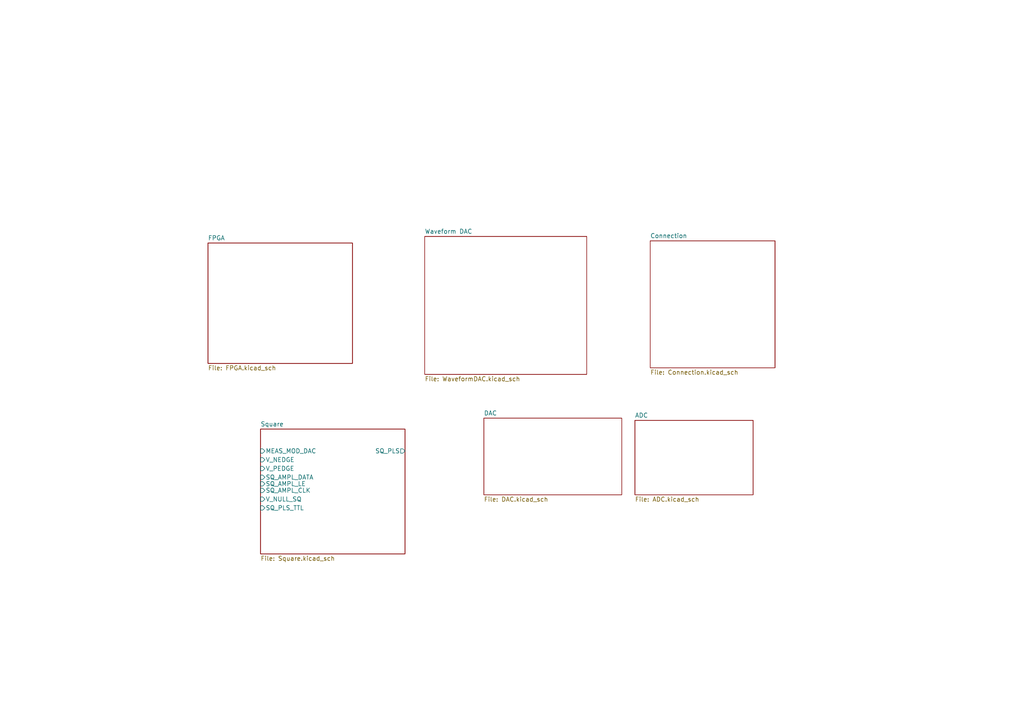
<source format=kicad_sch>
(kicad_sch (version 20230121) (generator eeschema)
  (paper "A4")
  (lib_symbols)
  (sheet (at 188.595 69.85) (size 36.195 36.83) (stroke (width 0.1524))
    (property "Sheetname" "Connection" (at 188.595 69.1384 0) (effects (justify left bottom)))
    (property "Sheetfile" "Connection.kicad_sch" (at 188.595 107.2646 0) (effects (justify left top)))
  )
  (sheet (at 123.19 68.58) (size 46.99 40.005) (stroke (width 0.1524))
    (property "Sheetname" "Waveform DAC" (at 123.19 67.8684 0) (effects (justify left bottom)))
    (property "Sheetfile" "WaveformDAC.kicad_sch" (at 123.19 109.1696 0) (effects (justify left top)))
  )
  (sheet (at 140.335 121.285) (size 40.005 22.225) (stroke (width 0.1524))
    (property "Sheetname" "DAC" (at 140.335 120.5734 0) (effects (justify left bottom)))
    (property "Sheetfile" "DAC.kicad_sch" (at 140.335 144.0946 0) (effects (justify left top)))
  )
  (sheet (at 60.325 70.485) (size 41.91 34.925) (stroke (width 0.1524))
    (property "Sheetname" "FPGA" (at 60.325 69.7734 0) (effects (justify left bottom)))
    (property "Sheetfile" "FPGA.kicad_sch" (at 60.325 105.9946 0) (effects (justify left top)))
  )
  (sheet (at 75.565 124.46) (size 41.91 36.195) (stroke (width 0.1524))
    (property "Sheetname" "Square" (at 75.565 123.7484 0) (effects (justify left bottom)))
    (property "Sheetfile" "Square.kicad_sch" (at 75.565 161.2396 0) (effects (justify left top)))
    (pin "MEAS_MOD_DAC" input (at 75.565 130.81 180))
    (pin "V_NEDGE" input (at 75.565 133.35 180))
    (pin "V_PEDGE" input (at 75.565 135.89 180))
    (pin "SQ_AMPL_DATA" input (at 75.565 138.43 180))
    (pin "SQ_AMPL_LE" input (at 75.565 140.335 180))
    (pin "SQ_AMPL_CLK" input (at 75.565 142.24 180))
    (pin "SQ_PLS" output (at 117.475 130.81 0))
    (pin "V_NULL_SQ" input (at 75.565 144.78 180))
    (pin "SQ_PLS_TTL" input (at 75.565 147.32 180))
  )
  (sheet (at 184.15 121.92) (size 34.29 21.59) (stroke (width 0.1524))
    (property "Sheetname" "ADC" (at 184.15 121.2084 0) (effects (justify left bottom)))
    (property "Sheetfile" "ADC.kicad_sch" (at 184.15 144.0946 0) (effects (justify left top)))
  )
)
</source>
